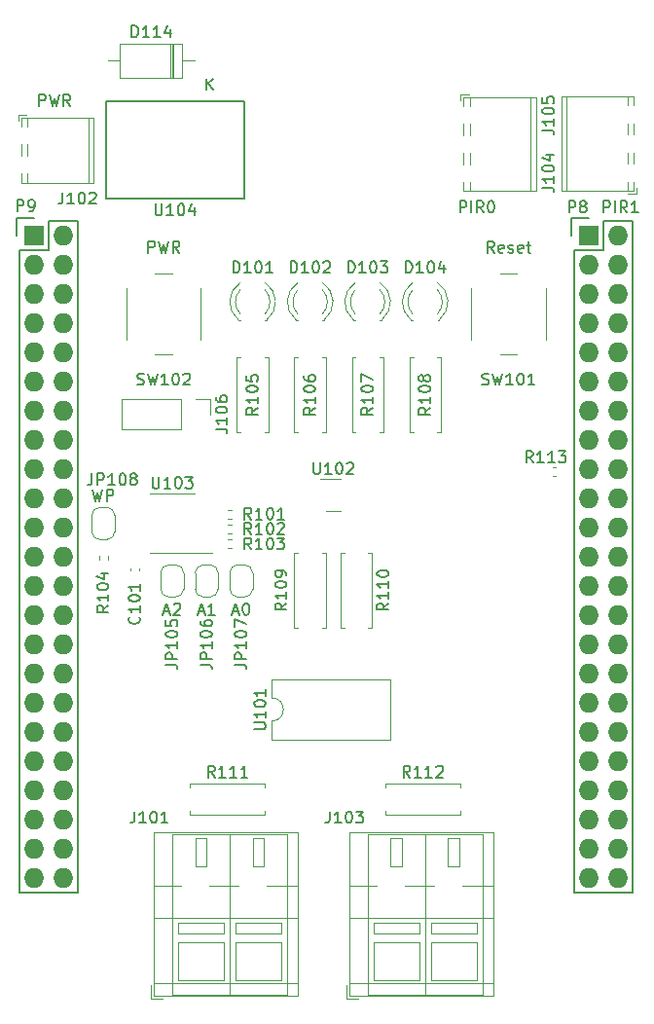
<source format=gto>
G04 #@! TF.GenerationSoftware,KiCad,Pcbnew,6.0.5+dfsg-1~bpo11+1*
G04 #@! TF.CreationDate,2022-07-02T02:00:19+00:00*
G04 #@! TF.ProjectId,bbbalarm,62626261-6c61-4726-9d2e-6b696361645f,rev?*
G04 #@! TF.SameCoordinates,Original*
G04 #@! TF.FileFunction,Legend,Top*
G04 #@! TF.FilePolarity,Positive*
%FSLAX46Y46*%
G04 Gerber Fmt 4.6, Leading zero omitted, Abs format (unit mm)*
G04 Created by KiCad (PCBNEW 6.0.5+dfsg-1~bpo11+1) date 2022-07-02 02:00:19*
%MOMM*%
%LPD*%
G01*
G04 APERTURE LIST*
%ADD10C,0.150000*%
%ADD11C,0.120000*%
%ADD12R,1.727200X1.727200*%
%ADD13O,1.727200X1.727200*%
G04 APERTURE END LIST*
D10*
X162882004Y-60334780D02*
X162882004Y-59334780D01*
X163262957Y-59334780D01*
X163358195Y-59382400D01*
X163405814Y-59430019D01*
X163453433Y-59525257D01*
X163453433Y-59668114D01*
X163405814Y-59763352D01*
X163358195Y-59810971D01*
X163262957Y-59858590D01*
X162882004Y-59858590D01*
X164024861Y-59763352D02*
X163929623Y-59715733D01*
X163882004Y-59668114D01*
X163834385Y-59572876D01*
X163834385Y-59525257D01*
X163882004Y-59430019D01*
X163929623Y-59382400D01*
X164024861Y-59334780D01*
X164215338Y-59334780D01*
X164310576Y-59382400D01*
X164358195Y-59430019D01*
X164405814Y-59525257D01*
X164405814Y-59572876D01*
X164358195Y-59668114D01*
X164310576Y-59715733D01*
X164215338Y-59763352D01*
X164024861Y-59763352D01*
X163929623Y-59810971D01*
X163882004Y-59858590D01*
X163834385Y-59953828D01*
X163834385Y-60144304D01*
X163882004Y-60239542D01*
X163929623Y-60287161D01*
X164024861Y-60334780D01*
X164215338Y-60334780D01*
X164310576Y-60287161D01*
X164358195Y-60239542D01*
X164405814Y-60144304D01*
X164405814Y-59953828D01*
X164358195Y-59858590D01*
X164310576Y-59810971D01*
X164215338Y-59763352D01*
X125477242Y-95501447D02*
X125524861Y-95549066D01*
X125572480Y-95691923D01*
X125572480Y-95787161D01*
X125524861Y-95930019D01*
X125429623Y-96025257D01*
X125334385Y-96072876D01*
X125143909Y-96120495D01*
X125001052Y-96120495D01*
X124810576Y-96072876D01*
X124715338Y-96025257D01*
X124620100Y-95930019D01*
X124572480Y-95787161D01*
X124572480Y-95691923D01*
X124620100Y-95549066D01*
X124667719Y-95501447D01*
X125572480Y-94549066D02*
X125572480Y-95120495D01*
X125572480Y-94834780D02*
X124572480Y-94834780D01*
X124715338Y-94930019D01*
X124810576Y-95025257D01*
X124858195Y-95120495D01*
X124572480Y-93930019D02*
X124572480Y-93834780D01*
X124620100Y-93739542D01*
X124667719Y-93691923D01*
X124762957Y-93644304D01*
X124953433Y-93596685D01*
X125191528Y-93596685D01*
X125382004Y-93644304D01*
X125477242Y-93691923D01*
X125524861Y-93739542D01*
X125572480Y-93834780D01*
X125572480Y-93930019D01*
X125524861Y-94025257D01*
X125477242Y-94072876D01*
X125382004Y-94120495D01*
X125191528Y-94168114D01*
X124953433Y-94168114D01*
X124762957Y-94120495D01*
X124667719Y-94072876D01*
X124620100Y-94025257D01*
X124572480Y-93930019D01*
X125572480Y-92644304D02*
X125572480Y-93215733D01*
X125572480Y-92930019D02*
X124572480Y-92930019D01*
X124715338Y-93025257D01*
X124810576Y-93120495D01*
X124858195Y-93215733D01*
X127822480Y-99668114D02*
X128536766Y-99668114D01*
X128679623Y-99715733D01*
X128774861Y-99810971D01*
X128822480Y-99953828D01*
X128822480Y-100049066D01*
X128822480Y-99191923D02*
X127822480Y-99191923D01*
X127822480Y-98810971D01*
X127870100Y-98715733D01*
X127917719Y-98668114D01*
X128012957Y-98620495D01*
X128155814Y-98620495D01*
X128251052Y-98668114D01*
X128298671Y-98715733D01*
X128346290Y-98810971D01*
X128346290Y-99191923D01*
X128822480Y-97668114D02*
X128822480Y-98239542D01*
X128822480Y-97953828D02*
X127822480Y-97953828D01*
X127965338Y-98049066D01*
X128060576Y-98144304D01*
X128108195Y-98239542D01*
X127822480Y-97049066D02*
X127822480Y-96953828D01*
X127870100Y-96858590D01*
X127917719Y-96810971D01*
X128012957Y-96763352D01*
X128203433Y-96715733D01*
X128441528Y-96715733D01*
X128632004Y-96763352D01*
X128727242Y-96810971D01*
X128774861Y-96858590D01*
X128822480Y-96953828D01*
X128822480Y-97049066D01*
X128774861Y-97144304D01*
X128727242Y-97191923D01*
X128632004Y-97239542D01*
X128441528Y-97287161D01*
X128203433Y-97287161D01*
X128012957Y-97239542D01*
X127917719Y-97191923D01*
X127870100Y-97144304D01*
X127822480Y-97049066D01*
X127822480Y-95810971D02*
X127822480Y-96287161D01*
X128298671Y-96334780D01*
X128251052Y-96287161D01*
X128203433Y-96191923D01*
X128203433Y-95953828D01*
X128251052Y-95858590D01*
X128298671Y-95810971D01*
X128393909Y-95763352D01*
X128632004Y-95763352D01*
X128727242Y-95810971D01*
X128774861Y-95858590D01*
X128822480Y-95953828D01*
X128822480Y-96191923D01*
X128774861Y-96287161D01*
X128727242Y-96334780D01*
X127655814Y-95049066D02*
X128132004Y-95049066D01*
X127560576Y-95334780D02*
X127893909Y-94334780D01*
X128227242Y-95334780D01*
X128512957Y-94430019D02*
X128560576Y-94382400D01*
X128655814Y-94334780D01*
X128893909Y-94334780D01*
X128989147Y-94382400D01*
X129036766Y-94430019D01*
X129084385Y-94525257D01*
X129084385Y-94620495D01*
X129036766Y-94763352D01*
X128465338Y-95334780D01*
X129084385Y-95334780D01*
X133822480Y-99668114D02*
X134536766Y-99668114D01*
X134679623Y-99715733D01*
X134774861Y-99810971D01*
X134822480Y-99953828D01*
X134822480Y-100049066D01*
X134822480Y-99191923D02*
X133822480Y-99191923D01*
X133822480Y-98810971D01*
X133870100Y-98715733D01*
X133917719Y-98668114D01*
X134012957Y-98620495D01*
X134155814Y-98620495D01*
X134251052Y-98668114D01*
X134298671Y-98715733D01*
X134346290Y-98810971D01*
X134346290Y-99191923D01*
X134822480Y-97668114D02*
X134822480Y-98239542D01*
X134822480Y-97953828D02*
X133822480Y-97953828D01*
X133965338Y-98049066D01*
X134060576Y-98144304D01*
X134108195Y-98239542D01*
X133822480Y-97049066D02*
X133822480Y-96953828D01*
X133870100Y-96858590D01*
X133917719Y-96810971D01*
X134012957Y-96763352D01*
X134203433Y-96715733D01*
X134441528Y-96715733D01*
X134632004Y-96763352D01*
X134727242Y-96810971D01*
X134774861Y-96858590D01*
X134822480Y-96953828D01*
X134822480Y-97049066D01*
X134774861Y-97144304D01*
X134727242Y-97191923D01*
X134632004Y-97239542D01*
X134441528Y-97287161D01*
X134203433Y-97287161D01*
X134012957Y-97239542D01*
X133917719Y-97191923D01*
X133870100Y-97144304D01*
X133822480Y-97049066D01*
X133822480Y-96382400D02*
X133822480Y-95715733D01*
X134822480Y-96144304D01*
X133655814Y-95049066D02*
X134132004Y-95049066D01*
X133560576Y-95334780D02*
X133893909Y-94334780D01*
X134227242Y-95334780D01*
X134751052Y-94334780D02*
X134846290Y-94334780D01*
X134941528Y-94382400D01*
X134989147Y-94430019D01*
X135036766Y-94525257D01*
X135084385Y-94715733D01*
X135084385Y-94953828D01*
X135036766Y-95144304D01*
X134989147Y-95239542D01*
X134941528Y-95287161D01*
X134846290Y-95334780D01*
X134751052Y-95334780D01*
X134655814Y-95287161D01*
X134608195Y-95239542D01*
X134560576Y-95144304D01*
X134512957Y-94953828D01*
X134512957Y-94715733D01*
X134560576Y-94525257D01*
X134608195Y-94430019D01*
X134655814Y-94382400D01*
X134751052Y-94334780D01*
X121384385Y-83034780D02*
X121384385Y-83749066D01*
X121336766Y-83891923D01*
X121241528Y-83987161D01*
X121098671Y-84034780D01*
X121003433Y-84034780D01*
X121860576Y-84034780D02*
X121860576Y-83034780D01*
X122241528Y-83034780D01*
X122336766Y-83082400D01*
X122384385Y-83130019D01*
X122432004Y-83225257D01*
X122432004Y-83368114D01*
X122384385Y-83463352D01*
X122336766Y-83510971D01*
X122241528Y-83558590D01*
X121860576Y-83558590D01*
X123384385Y-84034780D02*
X122812957Y-84034780D01*
X123098671Y-84034780D02*
X123098671Y-83034780D01*
X123003433Y-83177638D01*
X122908195Y-83272876D01*
X122812957Y-83320495D01*
X124003433Y-83034780D02*
X124098671Y-83034780D01*
X124193909Y-83082400D01*
X124241528Y-83130019D01*
X124289147Y-83225257D01*
X124336766Y-83415733D01*
X124336766Y-83653828D01*
X124289147Y-83844304D01*
X124241528Y-83939542D01*
X124193909Y-83987161D01*
X124098671Y-84034780D01*
X124003433Y-84034780D01*
X123908195Y-83987161D01*
X123860576Y-83939542D01*
X123812957Y-83844304D01*
X123765338Y-83653828D01*
X123765338Y-83415733D01*
X123812957Y-83225257D01*
X123860576Y-83130019D01*
X123908195Y-83082400D01*
X124003433Y-83034780D01*
X124908195Y-83463352D02*
X124812957Y-83415733D01*
X124765338Y-83368114D01*
X124717719Y-83272876D01*
X124717719Y-83225257D01*
X124765338Y-83130019D01*
X124812957Y-83082400D01*
X124908195Y-83034780D01*
X125098671Y-83034780D01*
X125193909Y-83082400D01*
X125241528Y-83130019D01*
X125289147Y-83225257D01*
X125289147Y-83272876D01*
X125241528Y-83368114D01*
X125193909Y-83415733D01*
X125098671Y-83463352D01*
X124908195Y-83463352D01*
X124812957Y-83510971D01*
X124765338Y-83558590D01*
X124717719Y-83653828D01*
X124717719Y-83844304D01*
X124765338Y-83939542D01*
X124812957Y-83987161D01*
X124908195Y-84034780D01*
X125098671Y-84034780D01*
X125193909Y-83987161D01*
X125241528Y-83939542D01*
X125289147Y-83844304D01*
X125289147Y-83653828D01*
X125241528Y-83558590D01*
X125193909Y-83510971D01*
X125098671Y-83463352D01*
X121441528Y-84434780D02*
X121679623Y-85434780D01*
X121870100Y-84720495D01*
X122060576Y-85434780D01*
X122298671Y-84434780D01*
X122679623Y-85434780D02*
X122679623Y-84434780D01*
X123060576Y-84434780D01*
X123155814Y-84482400D01*
X123203433Y-84530019D01*
X123251052Y-84625257D01*
X123251052Y-84768114D01*
X123203433Y-84863352D01*
X123155814Y-84910971D01*
X123060576Y-84958590D01*
X122679623Y-84958590D01*
X135251052Y-87034780D02*
X134917719Y-86558590D01*
X134679623Y-87034780D02*
X134679623Y-86034780D01*
X135060576Y-86034780D01*
X135155814Y-86082400D01*
X135203433Y-86130019D01*
X135251052Y-86225257D01*
X135251052Y-86368114D01*
X135203433Y-86463352D01*
X135155814Y-86510971D01*
X135060576Y-86558590D01*
X134679623Y-86558590D01*
X136203433Y-87034780D02*
X135632004Y-87034780D01*
X135917719Y-87034780D02*
X135917719Y-86034780D01*
X135822480Y-86177638D01*
X135727242Y-86272876D01*
X135632004Y-86320495D01*
X136822480Y-86034780D02*
X136917719Y-86034780D01*
X137012957Y-86082400D01*
X137060576Y-86130019D01*
X137108195Y-86225257D01*
X137155814Y-86415733D01*
X137155814Y-86653828D01*
X137108195Y-86844304D01*
X137060576Y-86939542D01*
X137012957Y-86987161D01*
X136917719Y-87034780D01*
X136822480Y-87034780D01*
X136727242Y-86987161D01*
X136679623Y-86939542D01*
X136632004Y-86844304D01*
X136584385Y-86653828D01*
X136584385Y-86415733D01*
X136632004Y-86225257D01*
X136679623Y-86130019D01*
X136727242Y-86082400D01*
X136822480Y-86034780D01*
X138108195Y-87034780D02*
X137536766Y-87034780D01*
X137822480Y-87034780D02*
X137822480Y-86034780D01*
X137727242Y-86177638D01*
X137632004Y-86272876D01*
X137536766Y-86320495D01*
X135251052Y-88334780D02*
X134917719Y-87858590D01*
X134679623Y-88334780D02*
X134679623Y-87334780D01*
X135060576Y-87334780D01*
X135155814Y-87382400D01*
X135203433Y-87430019D01*
X135251052Y-87525257D01*
X135251052Y-87668114D01*
X135203433Y-87763352D01*
X135155814Y-87810971D01*
X135060576Y-87858590D01*
X134679623Y-87858590D01*
X136203433Y-88334780D02*
X135632004Y-88334780D01*
X135917719Y-88334780D02*
X135917719Y-87334780D01*
X135822480Y-87477638D01*
X135727242Y-87572876D01*
X135632004Y-87620495D01*
X136822480Y-87334780D02*
X136917719Y-87334780D01*
X137012957Y-87382400D01*
X137060576Y-87430019D01*
X137108195Y-87525257D01*
X137155814Y-87715733D01*
X137155814Y-87953828D01*
X137108195Y-88144304D01*
X137060576Y-88239542D01*
X137012957Y-88287161D01*
X136917719Y-88334780D01*
X136822480Y-88334780D01*
X136727242Y-88287161D01*
X136679623Y-88239542D01*
X136632004Y-88144304D01*
X136584385Y-87953828D01*
X136584385Y-87715733D01*
X136632004Y-87525257D01*
X136679623Y-87430019D01*
X136727242Y-87382400D01*
X136822480Y-87334780D01*
X137536766Y-87430019D02*
X137584385Y-87382400D01*
X137679623Y-87334780D01*
X137917719Y-87334780D01*
X138012957Y-87382400D01*
X138060576Y-87430019D01*
X138108195Y-87525257D01*
X138108195Y-87620495D01*
X138060576Y-87763352D01*
X137489147Y-88334780D01*
X138108195Y-88334780D01*
X122822480Y-94501447D02*
X122346290Y-94834780D01*
X122822480Y-95072876D02*
X121822480Y-95072876D01*
X121822480Y-94691923D01*
X121870100Y-94596685D01*
X121917719Y-94549066D01*
X122012957Y-94501447D01*
X122155814Y-94501447D01*
X122251052Y-94549066D01*
X122298671Y-94596685D01*
X122346290Y-94691923D01*
X122346290Y-95072876D01*
X122822480Y-93549066D02*
X122822480Y-94120495D01*
X122822480Y-93834780D02*
X121822480Y-93834780D01*
X121965338Y-93930019D01*
X122060576Y-94025257D01*
X122108195Y-94120495D01*
X121822480Y-92930019D02*
X121822480Y-92834780D01*
X121870100Y-92739542D01*
X121917719Y-92691923D01*
X122012957Y-92644304D01*
X122203433Y-92596685D01*
X122441528Y-92596685D01*
X122632004Y-92644304D01*
X122727242Y-92691923D01*
X122774861Y-92739542D01*
X122822480Y-92834780D01*
X122822480Y-92930019D01*
X122774861Y-93025257D01*
X122727242Y-93072876D01*
X122632004Y-93120495D01*
X122441528Y-93168114D01*
X122203433Y-93168114D01*
X122012957Y-93120495D01*
X121917719Y-93072876D01*
X121870100Y-93025257D01*
X121822480Y-92930019D01*
X122155814Y-91739542D02*
X122822480Y-91739542D01*
X121774861Y-91977638D02*
X122489147Y-92215733D01*
X122489147Y-91596685D01*
X155334385Y-75287161D02*
X155477242Y-75334780D01*
X155715338Y-75334780D01*
X155810576Y-75287161D01*
X155858195Y-75239542D01*
X155905814Y-75144304D01*
X155905814Y-75049066D01*
X155858195Y-74953828D01*
X155810576Y-74906209D01*
X155715338Y-74858590D01*
X155524861Y-74810971D01*
X155429623Y-74763352D01*
X155382004Y-74715733D01*
X155334385Y-74620495D01*
X155334385Y-74525257D01*
X155382004Y-74430019D01*
X155429623Y-74382400D01*
X155524861Y-74334780D01*
X155762957Y-74334780D01*
X155905814Y-74382400D01*
X156239147Y-74334780D02*
X156477242Y-75334780D01*
X156667719Y-74620495D01*
X156858195Y-75334780D01*
X157096290Y-74334780D01*
X158001052Y-75334780D02*
X157429623Y-75334780D01*
X157715338Y-75334780D02*
X157715338Y-74334780D01*
X157620100Y-74477638D01*
X157524861Y-74572876D01*
X157429623Y-74620495D01*
X158620100Y-74334780D02*
X158715338Y-74334780D01*
X158810576Y-74382400D01*
X158858195Y-74430019D01*
X158905814Y-74525257D01*
X158953433Y-74715733D01*
X158953433Y-74953828D01*
X158905814Y-75144304D01*
X158858195Y-75239542D01*
X158810576Y-75287161D01*
X158715338Y-75334780D01*
X158620100Y-75334780D01*
X158524861Y-75287161D01*
X158477242Y-75239542D01*
X158429623Y-75144304D01*
X158382004Y-74953828D01*
X158382004Y-74715733D01*
X158429623Y-74525257D01*
X158477242Y-74430019D01*
X158524861Y-74382400D01*
X158620100Y-74334780D01*
X159905814Y-75334780D02*
X159334385Y-75334780D01*
X159620100Y-75334780D02*
X159620100Y-74334780D01*
X159524861Y-74477638D01*
X159429623Y-74572876D01*
X159334385Y-74620495D01*
X156382004Y-63834780D02*
X156048671Y-63358590D01*
X155810576Y-63834780D02*
X155810576Y-62834780D01*
X156191528Y-62834780D01*
X156286766Y-62882400D01*
X156334385Y-62930019D01*
X156382004Y-63025257D01*
X156382004Y-63168114D01*
X156334385Y-63263352D01*
X156286766Y-63310971D01*
X156191528Y-63358590D01*
X155810576Y-63358590D01*
X157191528Y-63787161D02*
X157096290Y-63834780D01*
X156905814Y-63834780D01*
X156810576Y-63787161D01*
X156762957Y-63691923D01*
X156762957Y-63310971D01*
X156810576Y-63215733D01*
X156905814Y-63168114D01*
X157096290Y-63168114D01*
X157191528Y-63215733D01*
X157239147Y-63310971D01*
X157239147Y-63406209D01*
X156762957Y-63501447D01*
X157620100Y-63787161D02*
X157715338Y-63834780D01*
X157905814Y-63834780D01*
X158001052Y-63787161D01*
X158048671Y-63691923D01*
X158048671Y-63644304D01*
X158001052Y-63549066D01*
X157905814Y-63501447D01*
X157762957Y-63501447D01*
X157667719Y-63453828D01*
X157620100Y-63358590D01*
X157620100Y-63310971D01*
X157667719Y-63215733D01*
X157762957Y-63168114D01*
X157905814Y-63168114D01*
X158001052Y-63215733D01*
X158858195Y-63787161D02*
X158762957Y-63834780D01*
X158572480Y-63834780D01*
X158477242Y-63787161D01*
X158429623Y-63691923D01*
X158429623Y-63310971D01*
X158477242Y-63215733D01*
X158572480Y-63168114D01*
X158762957Y-63168114D01*
X158858195Y-63215733D01*
X158905814Y-63310971D01*
X158905814Y-63406209D01*
X158429623Y-63501447D01*
X159191528Y-63168114D02*
X159572480Y-63168114D01*
X159334385Y-62834780D02*
X159334385Y-63691923D01*
X159382004Y-63787161D01*
X159477242Y-63834780D01*
X159572480Y-63834780D01*
X125334385Y-75287161D02*
X125477242Y-75334780D01*
X125715338Y-75334780D01*
X125810576Y-75287161D01*
X125858195Y-75239542D01*
X125905814Y-75144304D01*
X125905814Y-75049066D01*
X125858195Y-74953828D01*
X125810576Y-74906209D01*
X125715338Y-74858590D01*
X125524861Y-74810971D01*
X125429623Y-74763352D01*
X125382004Y-74715733D01*
X125334385Y-74620495D01*
X125334385Y-74525257D01*
X125382004Y-74430019D01*
X125429623Y-74382400D01*
X125524861Y-74334780D01*
X125762957Y-74334780D01*
X125905814Y-74382400D01*
X126239147Y-74334780D02*
X126477242Y-75334780D01*
X126667719Y-74620495D01*
X126858195Y-75334780D01*
X127096290Y-74334780D01*
X128001052Y-75334780D02*
X127429623Y-75334780D01*
X127715338Y-75334780D02*
X127715338Y-74334780D01*
X127620100Y-74477638D01*
X127524861Y-74572876D01*
X127429623Y-74620495D01*
X128620100Y-74334780D02*
X128715338Y-74334780D01*
X128810576Y-74382400D01*
X128858195Y-74430019D01*
X128905814Y-74525257D01*
X128953433Y-74715733D01*
X128953433Y-74953828D01*
X128905814Y-75144304D01*
X128858195Y-75239542D01*
X128810576Y-75287161D01*
X128715338Y-75334780D01*
X128620100Y-75334780D01*
X128524861Y-75287161D01*
X128477242Y-75239542D01*
X128429623Y-75144304D01*
X128382004Y-74953828D01*
X128382004Y-74715733D01*
X128429623Y-74525257D01*
X128477242Y-74430019D01*
X128524861Y-74382400D01*
X128620100Y-74334780D01*
X129334385Y-74430019D02*
X129382004Y-74382400D01*
X129477242Y-74334780D01*
X129715338Y-74334780D01*
X129810576Y-74382400D01*
X129858195Y-74430019D01*
X129905814Y-74525257D01*
X129905814Y-74620495D01*
X129858195Y-74763352D01*
X129286766Y-75334780D01*
X129905814Y-75334780D01*
X126286766Y-63834780D02*
X126286766Y-62834780D01*
X126667719Y-62834780D01*
X126762957Y-62882400D01*
X126810576Y-62930019D01*
X126858195Y-63025257D01*
X126858195Y-63168114D01*
X126810576Y-63263352D01*
X126762957Y-63310971D01*
X126667719Y-63358590D01*
X126286766Y-63358590D01*
X127191528Y-62834780D02*
X127429623Y-63834780D01*
X127620100Y-63120495D01*
X127810576Y-63834780D01*
X128048671Y-62834780D01*
X129001052Y-63834780D02*
X128667719Y-63358590D01*
X128429623Y-63834780D02*
X128429623Y-62834780D01*
X128810576Y-62834780D01*
X128905814Y-62882400D01*
X128953433Y-62930019D01*
X129001052Y-63025257D01*
X129001052Y-63168114D01*
X128953433Y-63263352D01*
X128905814Y-63310971D01*
X128810576Y-63358590D01*
X128429623Y-63358590D01*
X126655814Y-83334780D02*
X126655814Y-84144304D01*
X126703433Y-84239542D01*
X126751052Y-84287161D01*
X126846290Y-84334780D01*
X127036766Y-84334780D01*
X127132004Y-84287161D01*
X127179623Y-84239542D01*
X127227242Y-84144304D01*
X127227242Y-83334780D01*
X128227242Y-84334780D02*
X127655814Y-84334780D01*
X127941528Y-84334780D02*
X127941528Y-83334780D01*
X127846290Y-83477638D01*
X127751052Y-83572876D01*
X127655814Y-83620495D01*
X128846290Y-83334780D02*
X128941528Y-83334780D01*
X129036766Y-83382400D01*
X129084385Y-83430019D01*
X129132004Y-83525257D01*
X129179623Y-83715733D01*
X129179623Y-83953828D01*
X129132004Y-84144304D01*
X129084385Y-84239542D01*
X129036766Y-84287161D01*
X128941528Y-84334780D01*
X128846290Y-84334780D01*
X128751052Y-84287161D01*
X128703433Y-84239542D01*
X128655814Y-84144304D01*
X128608195Y-83953828D01*
X128608195Y-83715733D01*
X128655814Y-83525257D01*
X128703433Y-83430019D01*
X128751052Y-83382400D01*
X128846290Y-83334780D01*
X129512957Y-83334780D02*
X130132004Y-83334780D01*
X129798671Y-83715733D01*
X129941528Y-83715733D01*
X130036766Y-83763352D01*
X130084385Y-83810971D01*
X130132004Y-83906209D01*
X130132004Y-84144304D01*
X130084385Y-84239542D01*
X130036766Y-84287161D01*
X129941528Y-84334780D01*
X129655814Y-84334780D01*
X129560576Y-84287161D01*
X129512957Y-84239542D01*
X135251052Y-89634780D02*
X134917719Y-89158590D01*
X134679623Y-89634780D02*
X134679623Y-88634780D01*
X135060576Y-88634780D01*
X135155814Y-88682400D01*
X135203433Y-88730019D01*
X135251052Y-88825257D01*
X135251052Y-88968114D01*
X135203433Y-89063352D01*
X135155814Y-89110971D01*
X135060576Y-89158590D01*
X134679623Y-89158590D01*
X136203433Y-89634780D02*
X135632004Y-89634780D01*
X135917719Y-89634780D02*
X135917719Y-88634780D01*
X135822480Y-88777638D01*
X135727242Y-88872876D01*
X135632004Y-88920495D01*
X136822480Y-88634780D02*
X136917719Y-88634780D01*
X137012957Y-88682400D01*
X137060576Y-88730019D01*
X137108195Y-88825257D01*
X137155814Y-89015733D01*
X137155814Y-89253828D01*
X137108195Y-89444304D01*
X137060576Y-89539542D01*
X137012957Y-89587161D01*
X136917719Y-89634780D01*
X136822480Y-89634780D01*
X136727242Y-89587161D01*
X136679623Y-89539542D01*
X136632004Y-89444304D01*
X136584385Y-89253828D01*
X136584385Y-89015733D01*
X136632004Y-88825257D01*
X136679623Y-88730019D01*
X136727242Y-88682400D01*
X136822480Y-88634780D01*
X137489147Y-88634780D02*
X138108195Y-88634780D01*
X137774861Y-89015733D01*
X137917719Y-89015733D01*
X138012957Y-89063352D01*
X138060576Y-89110971D01*
X138108195Y-89206209D01*
X138108195Y-89444304D01*
X138060576Y-89539542D01*
X138012957Y-89587161D01*
X137917719Y-89634780D01*
X137632004Y-89634780D01*
X137536766Y-89587161D01*
X137489147Y-89539542D01*
X130822480Y-99668114D02*
X131536766Y-99668114D01*
X131679623Y-99715733D01*
X131774861Y-99810971D01*
X131822480Y-99953828D01*
X131822480Y-100049066D01*
X131822480Y-99191923D02*
X130822480Y-99191923D01*
X130822480Y-98810971D01*
X130870100Y-98715733D01*
X130917719Y-98668114D01*
X131012957Y-98620495D01*
X131155814Y-98620495D01*
X131251052Y-98668114D01*
X131298671Y-98715733D01*
X131346290Y-98810971D01*
X131346290Y-99191923D01*
X131822480Y-97668114D02*
X131822480Y-98239542D01*
X131822480Y-97953828D02*
X130822480Y-97953828D01*
X130965338Y-98049066D01*
X131060576Y-98144304D01*
X131108195Y-98239542D01*
X130822480Y-97049066D02*
X130822480Y-96953828D01*
X130870100Y-96858590D01*
X130917719Y-96810971D01*
X131012957Y-96763352D01*
X131203433Y-96715733D01*
X131441528Y-96715733D01*
X131632004Y-96763352D01*
X131727242Y-96810971D01*
X131774861Y-96858590D01*
X131822480Y-96953828D01*
X131822480Y-97049066D01*
X131774861Y-97144304D01*
X131727242Y-97191923D01*
X131632004Y-97239542D01*
X131441528Y-97287161D01*
X131203433Y-97287161D01*
X131012957Y-97239542D01*
X130917719Y-97191923D01*
X130870100Y-97144304D01*
X130822480Y-97049066D01*
X130822480Y-95858590D02*
X130822480Y-96049066D01*
X130870100Y-96144304D01*
X130917719Y-96191923D01*
X131060576Y-96287161D01*
X131251052Y-96334780D01*
X131632004Y-96334780D01*
X131727242Y-96287161D01*
X131774861Y-96239542D01*
X131822480Y-96144304D01*
X131822480Y-95953828D01*
X131774861Y-95858590D01*
X131727242Y-95810971D01*
X131632004Y-95763352D01*
X131393909Y-95763352D01*
X131298671Y-95810971D01*
X131251052Y-95858590D01*
X131203433Y-95953828D01*
X131203433Y-96144304D01*
X131251052Y-96239542D01*
X131298671Y-96287161D01*
X131393909Y-96334780D01*
X130655814Y-95049066D02*
X131132004Y-95049066D01*
X130560576Y-95334780D02*
X130893909Y-94334780D01*
X131227242Y-95334780D01*
X132084385Y-95334780D02*
X131512957Y-95334780D01*
X131798671Y-95334780D02*
X131798671Y-94334780D01*
X131703433Y-94477638D01*
X131608195Y-94572876D01*
X131512957Y-94620495D01*
X118834385Y-58584780D02*
X118834385Y-59299066D01*
X118786766Y-59441923D01*
X118691528Y-59537161D01*
X118548671Y-59584780D01*
X118453433Y-59584780D01*
X119834385Y-59584780D02*
X119262957Y-59584780D01*
X119548671Y-59584780D02*
X119548671Y-58584780D01*
X119453433Y-58727638D01*
X119358195Y-58822876D01*
X119262957Y-58870495D01*
X120453433Y-58584780D02*
X120548671Y-58584780D01*
X120643909Y-58632400D01*
X120691528Y-58680019D01*
X120739147Y-58775257D01*
X120786766Y-58965733D01*
X120786766Y-59203828D01*
X120739147Y-59394304D01*
X120691528Y-59489542D01*
X120643909Y-59537161D01*
X120548671Y-59584780D01*
X120453433Y-59584780D01*
X120358195Y-59537161D01*
X120310576Y-59489542D01*
X120262957Y-59394304D01*
X120215338Y-59203828D01*
X120215338Y-58965733D01*
X120262957Y-58775257D01*
X120310576Y-58680019D01*
X120358195Y-58632400D01*
X120453433Y-58584780D01*
X121167719Y-58680019D02*
X121215338Y-58632400D01*
X121310576Y-58584780D01*
X121548671Y-58584780D01*
X121643909Y-58632400D01*
X121691528Y-58680019D01*
X121739147Y-58775257D01*
X121739147Y-58870495D01*
X121691528Y-59013352D01*
X121120100Y-59584780D01*
X121739147Y-59584780D01*
X116786766Y-51084780D02*
X116786766Y-50084780D01*
X117167719Y-50084780D01*
X117262957Y-50132400D01*
X117310576Y-50180019D01*
X117358195Y-50275257D01*
X117358195Y-50418114D01*
X117310576Y-50513352D01*
X117262957Y-50560971D01*
X117167719Y-50608590D01*
X116786766Y-50608590D01*
X117691528Y-50084780D02*
X117929623Y-51084780D01*
X118120100Y-50370495D01*
X118310576Y-51084780D01*
X118548671Y-50084780D01*
X119501052Y-51084780D02*
X119167719Y-50608590D01*
X118929623Y-51084780D02*
X118929623Y-50084780D01*
X119310576Y-50084780D01*
X119405814Y-50132400D01*
X119453433Y-50180019D01*
X119501052Y-50275257D01*
X119501052Y-50418114D01*
X119453433Y-50513352D01*
X119405814Y-50560971D01*
X119310576Y-50608590D01*
X118929623Y-50608590D01*
X126905814Y-59584780D02*
X126905814Y-60394304D01*
X126953433Y-60489542D01*
X127001052Y-60537161D01*
X127096290Y-60584780D01*
X127286766Y-60584780D01*
X127382004Y-60537161D01*
X127429623Y-60489542D01*
X127477242Y-60394304D01*
X127477242Y-59584780D01*
X128477242Y-60584780D02*
X127905814Y-60584780D01*
X128191528Y-60584780D02*
X128191528Y-59584780D01*
X128096290Y-59727638D01*
X128001052Y-59822876D01*
X127905814Y-59870495D01*
X129096290Y-59584780D02*
X129191528Y-59584780D01*
X129286766Y-59632400D01*
X129334385Y-59680019D01*
X129382004Y-59775257D01*
X129429623Y-59965733D01*
X129429623Y-60203828D01*
X129382004Y-60394304D01*
X129334385Y-60489542D01*
X129286766Y-60537161D01*
X129191528Y-60584780D01*
X129096290Y-60584780D01*
X129001052Y-60537161D01*
X128953433Y-60489542D01*
X128905814Y-60394304D01*
X128858195Y-60203828D01*
X128858195Y-59965733D01*
X128905814Y-59775257D01*
X128953433Y-59680019D01*
X129001052Y-59632400D01*
X129096290Y-59584780D01*
X130286766Y-59918114D02*
X130286766Y-60584780D01*
X130048671Y-59537161D02*
X129810576Y-60251447D01*
X130429623Y-60251447D01*
X124849623Y-45084780D02*
X124849623Y-44084780D01*
X125087719Y-44084780D01*
X125230576Y-44132400D01*
X125325814Y-44227638D01*
X125373433Y-44322876D01*
X125421052Y-44513352D01*
X125421052Y-44656209D01*
X125373433Y-44846685D01*
X125325814Y-44941923D01*
X125230576Y-45037161D01*
X125087719Y-45084780D01*
X124849623Y-45084780D01*
X126373433Y-45084780D02*
X125802004Y-45084780D01*
X126087719Y-45084780D02*
X126087719Y-44084780D01*
X125992480Y-44227638D01*
X125897242Y-44322876D01*
X125802004Y-44370495D01*
X127325814Y-45084780D02*
X126754385Y-45084780D01*
X127040100Y-45084780D02*
X127040100Y-44084780D01*
X126944861Y-44227638D01*
X126849623Y-44322876D01*
X126754385Y-44370495D01*
X128182957Y-44418114D02*
X128182957Y-45084780D01*
X127944861Y-44037161D02*
X127706766Y-44751447D01*
X128325814Y-44751447D01*
X131358195Y-49684780D02*
X131358195Y-48684780D01*
X131929623Y-49684780D02*
X131501052Y-49113352D01*
X131929623Y-48684780D02*
X131358195Y-49256209D01*
X133679623Y-65584780D02*
X133679623Y-64584780D01*
X133917719Y-64584780D01*
X134060576Y-64632400D01*
X134155814Y-64727638D01*
X134203433Y-64822876D01*
X134251052Y-65013352D01*
X134251052Y-65156209D01*
X134203433Y-65346685D01*
X134155814Y-65441923D01*
X134060576Y-65537161D01*
X133917719Y-65584780D01*
X133679623Y-65584780D01*
X135203433Y-65584780D02*
X134632004Y-65584780D01*
X134917719Y-65584780D02*
X134917719Y-64584780D01*
X134822480Y-64727638D01*
X134727242Y-64822876D01*
X134632004Y-64870495D01*
X135822480Y-64584780D02*
X135917719Y-64584780D01*
X136012957Y-64632400D01*
X136060576Y-64680019D01*
X136108195Y-64775257D01*
X136155814Y-64965733D01*
X136155814Y-65203828D01*
X136108195Y-65394304D01*
X136060576Y-65489542D01*
X136012957Y-65537161D01*
X135917719Y-65584780D01*
X135822480Y-65584780D01*
X135727242Y-65537161D01*
X135679623Y-65489542D01*
X135632004Y-65394304D01*
X135584385Y-65203828D01*
X135584385Y-64965733D01*
X135632004Y-64775257D01*
X135679623Y-64680019D01*
X135727242Y-64632400D01*
X135822480Y-64584780D01*
X137108195Y-65584780D02*
X136536766Y-65584780D01*
X136822480Y-65584780D02*
X136822480Y-64584780D01*
X136727242Y-64727638D01*
X136632004Y-64822876D01*
X136536766Y-64870495D01*
X138679623Y-65584780D02*
X138679623Y-64584780D01*
X138917719Y-64584780D01*
X139060576Y-64632400D01*
X139155814Y-64727638D01*
X139203433Y-64822876D01*
X139251052Y-65013352D01*
X139251052Y-65156209D01*
X139203433Y-65346685D01*
X139155814Y-65441923D01*
X139060576Y-65537161D01*
X138917719Y-65584780D01*
X138679623Y-65584780D01*
X140203433Y-65584780D02*
X139632004Y-65584780D01*
X139917719Y-65584780D02*
X139917719Y-64584780D01*
X139822480Y-64727638D01*
X139727242Y-64822876D01*
X139632004Y-64870495D01*
X140822480Y-64584780D02*
X140917719Y-64584780D01*
X141012957Y-64632400D01*
X141060576Y-64680019D01*
X141108195Y-64775257D01*
X141155814Y-64965733D01*
X141155814Y-65203828D01*
X141108195Y-65394304D01*
X141060576Y-65489542D01*
X141012957Y-65537161D01*
X140917719Y-65584780D01*
X140822480Y-65584780D01*
X140727242Y-65537161D01*
X140679623Y-65489542D01*
X140632004Y-65394304D01*
X140584385Y-65203828D01*
X140584385Y-64965733D01*
X140632004Y-64775257D01*
X140679623Y-64680019D01*
X140727242Y-64632400D01*
X140822480Y-64584780D01*
X141536766Y-64680019D02*
X141584385Y-64632400D01*
X141679623Y-64584780D01*
X141917719Y-64584780D01*
X142012957Y-64632400D01*
X142060576Y-64680019D01*
X142108195Y-64775257D01*
X142108195Y-64870495D01*
X142060576Y-65013352D01*
X141489147Y-65584780D01*
X142108195Y-65584780D01*
X143679623Y-65584780D02*
X143679623Y-64584780D01*
X143917719Y-64584780D01*
X144060576Y-64632400D01*
X144155814Y-64727638D01*
X144203433Y-64822876D01*
X144251052Y-65013352D01*
X144251052Y-65156209D01*
X144203433Y-65346685D01*
X144155814Y-65441923D01*
X144060576Y-65537161D01*
X143917719Y-65584780D01*
X143679623Y-65584780D01*
X145203433Y-65584780D02*
X144632004Y-65584780D01*
X144917719Y-65584780D02*
X144917719Y-64584780D01*
X144822480Y-64727638D01*
X144727242Y-64822876D01*
X144632004Y-64870495D01*
X145822480Y-64584780D02*
X145917719Y-64584780D01*
X146012957Y-64632400D01*
X146060576Y-64680019D01*
X146108195Y-64775257D01*
X146155814Y-64965733D01*
X146155814Y-65203828D01*
X146108195Y-65394304D01*
X146060576Y-65489542D01*
X146012957Y-65537161D01*
X145917719Y-65584780D01*
X145822480Y-65584780D01*
X145727242Y-65537161D01*
X145679623Y-65489542D01*
X145632004Y-65394304D01*
X145584385Y-65203828D01*
X145584385Y-64965733D01*
X145632004Y-64775257D01*
X145679623Y-64680019D01*
X145727242Y-64632400D01*
X145822480Y-64584780D01*
X146489147Y-64584780D02*
X147108195Y-64584780D01*
X146774861Y-64965733D01*
X146917719Y-64965733D01*
X147012957Y-65013352D01*
X147060576Y-65060971D01*
X147108195Y-65156209D01*
X147108195Y-65394304D01*
X147060576Y-65489542D01*
X147012957Y-65537161D01*
X146917719Y-65584780D01*
X146632004Y-65584780D01*
X146536766Y-65537161D01*
X146489147Y-65489542D01*
X148679623Y-65584780D02*
X148679623Y-64584780D01*
X148917719Y-64584780D01*
X149060576Y-64632400D01*
X149155814Y-64727638D01*
X149203433Y-64822876D01*
X149251052Y-65013352D01*
X149251052Y-65156209D01*
X149203433Y-65346685D01*
X149155814Y-65441923D01*
X149060576Y-65537161D01*
X148917719Y-65584780D01*
X148679623Y-65584780D01*
X150203433Y-65584780D02*
X149632004Y-65584780D01*
X149917719Y-65584780D02*
X149917719Y-64584780D01*
X149822480Y-64727638D01*
X149727242Y-64822876D01*
X149632004Y-64870495D01*
X150822480Y-64584780D02*
X150917719Y-64584780D01*
X151012957Y-64632400D01*
X151060576Y-64680019D01*
X151108195Y-64775257D01*
X151155814Y-64965733D01*
X151155814Y-65203828D01*
X151108195Y-65394304D01*
X151060576Y-65489542D01*
X151012957Y-65537161D01*
X150917719Y-65584780D01*
X150822480Y-65584780D01*
X150727242Y-65537161D01*
X150679623Y-65489542D01*
X150632004Y-65394304D01*
X150584385Y-65203828D01*
X150584385Y-64965733D01*
X150632004Y-64775257D01*
X150679623Y-64680019D01*
X150727242Y-64632400D01*
X150822480Y-64584780D01*
X152012957Y-64918114D02*
X152012957Y-65584780D01*
X151774861Y-64537161D02*
X151536766Y-65251447D01*
X152155814Y-65251447D01*
X125084385Y-112434780D02*
X125084385Y-113149066D01*
X125036766Y-113291923D01*
X124941528Y-113387161D01*
X124798671Y-113434780D01*
X124703433Y-113434780D01*
X126084385Y-113434780D02*
X125512957Y-113434780D01*
X125798671Y-113434780D02*
X125798671Y-112434780D01*
X125703433Y-112577638D01*
X125608195Y-112672876D01*
X125512957Y-112720495D01*
X126703433Y-112434780D02*
X126798671Y-112434780D01*
X126893909Y-112482400D01*
X126941528Y-112530019D01*
X126989147Y-112625257D01*
X127036766Y-112815733D01*
X127036766Y-113053828D01*
X126989147Y-113244304D01*
X126941528Y-113339542D01*
X126893909Y-113387161D01*
X126798671Y-113434780D01*
X126703433Y-113434780D01*
X126608195Y-113387161D01*
X126560576Y-113339542D01*
X126512957Y-113244304D01*
X126465338Y-113053828D01*
X126465338Y-112815733D01*
X126512957Y-112625257D01*
X126560576Y-112530019D01*
X126608195Y-112482400D01*
X126703433Y-112434780D01*
X127989147Y-113434780D02*
X127417719Y-113434780D01*
X127703433Y-113434780D02*
X127703433Y-112434780D01*
X127608195Y-112577638D01*
X127512957Y-112672876D01*
X127417719Y-112720495D01*
X142084385Y-112434780D02*
X142084385Y-113149066D01*
X142036766Y-113291923D01*
X141941528Y-113387161D01*
X141798671Y-113434780D01*
X141703433Y-113434780D01*
X143084385Y-113434780D02*
X142512957Y-113434780D01*
X142798671Y-113434780D02*
X142798671Y-112434780D01*
X142703433Y-112577638D01*
X142608195Y-112672876D01*
X142512957Y-112720495D01*
X143703433Y-112434780D02*
X143798671Y-112434780D01*
X143893909Y-112482400D01*
X143941528Y-112530019D01*
X143989147Y-112625257D01*
X144036766Y-112815733D01*
X144036766Y-113053828D01*
X143989147Y-113244304D01*
X143941528Y-113339542D01*
X143893909Y-113387161D01*
X143798671Y-113434780D01*
X143703433Y-113434780D01*
X143608195Y-113387161D01*
X143560576Y-113339542D01*
X143512957Y-113244304D01*
X143465338Y-113053828D01*
X143465338Y-112815733D01*
X143512957Y-112625257D01*
X143560576Y-112530019D01*
X143608195Y-112482400D01*
X143703433Y-112434780D01*
X144370100Y-112434780D02*
X144989147Y-112434780D01*
X144655814Y-112815733D01*
X144798671Y-112815733D01*
X144893909Y-112863352D01*
X144941528Y-112910971D01*
X144989147Y-113006209D01*
X144989147Y-113244304D01*
X144941528Y-113339542D01*
X144893909Y-113387161D01*
X144798671Y-113434780D01*
X144512957Y-113434780D01*
X144417719Y-113387161D01*
X144370100Y-113339542D01*
X135822480Y-77311447D02*
X135346290Y-77644780D01*
X135822480Y-77882876D02*
X134822480Y-77882876D01*
X134822480Y-77501923D01*
X134870100Y-77406685D01*
X134917719Y-77359066D01*
X135012957Y-77311447D01*
X135155814Y-77311447D01*
X135251052Y-77359066D01*
X135298671Y-77406685D01*
X135346290Y-77501923D01*
X135346290Y-77882876D01*
X135822480Y-76359066D02*
X135822480Y-76930495D01*
X135822480Y-76644780D02*
X134822480Y-76644780D01*
X134965338Y-76740019D01*
X135060576Y-76835257D01*
X135108195Y-76930495D01*
X134822480Y-75740019D02*
X134822480Y-75644780D01*
X134870100Y-75549542D01*
X134917719Y-75501923D01*
X135012957Y-75454304D01*
X135203433Y-75406685D01*
X135441528Y-75406685D01*
X135632004Y-75454304D01*
X135727242Y-75501923D01*
X135774861Y-75549542D01*
X135822480Y-75644780D01*
X135822480Y-75740019D01*
X135774861Y-75835257D01*
X135727242Y-75882876D01*
X135632004Y-75930495D01*
X135441528Y-75978114D01*
X135203433Y-75978114D01*
X135012957Y-75930495D01*
X134917719Y-75882876D01*
X134870100Y-75835257D01*
X134822480Y-75740019D01*
X134822480Y-74501923D02*
X134822480Y-74978114D01*
X135298671Y-75025733D01*
X135251052Y-74978114D01*
X135203433Y-74882876D01*
X135203433Y-74644780D01*
X135251052Y-74549542D01*
X135298671Y-74501923D01*
X135393909Y-74454304D01*
X135632004Y-74454304D01*
X135727242Y-74501923D01*
X135774861Y-74549542D01*
X135822480Y-74644780D01*
X135822480Y-74882876D01*
X135774861Y-74978114D01*
X135727242Y-75025733D01*
X140822480Y-77311447D02*
X140346290Y-77644780D01*
X140822480Y-77882876D02*
X139822480Y-77882876D01*
X139822480Y-77501923D01*
X139870100Y-77406685D01*
X139917719Y-77359066D01*
X140012957Y-77311447D01*
X140155814Y-77311447D01*
X140251052Y-77359066D01*
X140298671Y-77406685D01*
X140346290Y-77501923D01*
X140346290Y-77882876D01*
X140822480Y-76359066D02*
X140822480Y-76930495D01*
X140822480Y-76644780D02*
X139822480Y-76644780D01*
X139965338Y-76740019D01*
X140060576Y-76835257D01*
X140108195Y-76930495D01*
X139822480Y-75740019D02*
X139822480Y-75644780D01*
X139870100Y-75549542D01*
X139917719Y-75501923D01*
X140012957Y-75454304D01*
X140203433Y-75406685D01*
X140441528Y-75406685D01*
X140632004Y-75454304D01*
X140727242Y-75501923D01*
X140774861Y-75549542D01*
X140822480Y-75644780D01*
X140822480Y-75740019D01*
X140774861Y-75835257D01*
X140727242Y-75882876D01*
X140632004Y-75930495D01*
X140441528Y-75978114D01*
X140203433Y-75978114D01*
X140012957Y-75930495D01*
X139917719Y-75882876D01*
X139870100Y-75835257D01*
X139822480Y-75740019D01*
X139822480Y-74549542D02*
X139822480Y-74740019D01*
X139870100Y-74835257D01*
X139917719Y-74882876D01*
X140060576Y-74978114D01*
X140251052Y-75025733D01*
X140632004Y-75025733D01*
X140727242Y-74978114D01*
X140774861Y-74930495D01*
X140822480Y-74835257D01*
X140822480Y-74644780D01*
X140774861Y-74549542D01*
X140727242Y-74501923D01*
X140632004Y-74454304D01*
X140393909Y-74454304D01*
X140298671Y-74501923D01*
X140251052Y-74549542D01*
X140203433Y-74644780D01*
X140203433Y-74835257D01*
X140251052Y-74930495D01*
X140298671Y-74978114D01*
X140393909Y-75025733D01*
X145822480Y-77311447D02*
X145346290Y-77644780D01*
X145822480Y-77882876D02*
X144822480Y-77882876D01*
X144822480Y-77501923D01*
X144870100Y-77406685D01*
X144917719Y-77359066D01*
X145012957Y-77311447D01*
X145155814Y-77311447D01*
X145251052Y-77359066D01*
X145298671Y-77406685D01*
X145346290Y-77501923D01*
X145346290Y-77882876D01*
X145822480Y-76359066D02*
X145822480Y-76930495D01*
X145822480Y-76644780D02*
X144822480Y-76644780D01*
X144965338Y-76740019D01*
X145060576Y-76835257D01*
X145108195Y-76930495D01*
X144822480Y-75740019D02*
X144822480Y-75644780D01*
X144870100Y-75549542D01*
X144917719Y-75501923D01*
X145012957Y-75454304D01*
X145203433Y-75406685D01*
X145441528Y-75406685D01*
X145632004Y-75454304D01*
X145727242Y-75501923D01*
X145774861Y-75549542D01*
X145822480Y-75644780D01*
X145822480Y-75740019D01*
X145774861Y-75835257D01*
X145727242Y-75882876D01*
X145632004Y-75930495D01*
X145441528Y-75978114D01*
X145203433Y-75978114D01*
X145012957Y-75930495D01*
X144917719Y-75882876D01*
X144870100Y-75835257D01*
X144822480Y-75740019D01*
X144822480Y-75073352D02*
X144822480Y-74406685D01*
X145822480Y-74835257D01*
X150822480Y-77311447D02*
X150346290Y-77644780D01*
X150822480Y-77882876D02*
X149822480Y-77882876D01*
X149822480Y-77501923D01*
X149870100Y-77406685D01*
X149917719Y-77359066D01*
X150012957Y-77311447D01*
X150155814Y-77311447D01*
X150251052Y-77359066D01*
X150298671Y-77406685D01*
X150346290Y-77501923D01*
X150346290Y-77882876D01*
X150822480Y-76359066D02*
X150822480Y-76930495D01*
X150822480Y-76644780D02*
X149822480Y-76644780D01*
X149965338Y-76740019D01*
X150060576Y-76835257D01*
X150108195Y-76930495D01*
X149822480Y-75740019D02*
X149822480Y-75644780D01*
X149870100Y-75549542D01*
X149917719Y-75501923D01*
X150012957Y-75454304D01*
X150203433Y-75406685D01*
X150441528Y-75406685D01*
X150632004Y-75454304D01*
X150727242Y-75501923D01*
X150774861Y-75549542D01*
X150822480Y-75644780D01*
X150822480Y-75740019D01*
X150774861Y-75835257D01*
X150727242Y-75882876D01*
X150632004Y-75930495D01*
X150441528Y-75978114D01*
X150203433Y-75978114D01*
X150012957Y-75930495D01*
X149917719Y-75882876D01*
X149870100Y-75835257D01*
X149822480Y-75740019D01*
X150251052Y-74835257D02*
X150203433Y-74930495D01*
X150155814Y-74978114D01*
X150060576Y-75025733D01*
X150012957Y-75025733D01*
X149917719Y-74978114D01*
X149870100Y-74930495D01*
X149822480Y-74835257D01*
X149822480Y-74644780D01*
X149870100Y-74549542D01*
X149917719Y-74501923D01*
X150012957Y-74454304D01*
X150060576Y-74454304D01*
X150155814Y-74501923D01*
X150203433Y-74549542D01*
X150251052Y-74644780D01*
X150251052Y-74835257D01*
X150298671Y-74930495D01*
X150346290Y-74978114D01*
X150441528Y-75025733D01*
X150632004Y-75025733D01*
X150727242Y-74978114D01*
X150774861Y-74930495D01*
X150822480Y-74835257D01*
X150822480Y-74644780D01*
X150774861Y-74549542D01*
X150727242Y-74501923D01*
X150632004Y-74454304D01*
X150441528Y-74454304D01*
X150346290Y-74501923D01*
X150298671Y-74549542D01*
X150251052Y-74644780D01*
X138322480Y-94311447D02*
X137846290Y-94644780D01*
X138322480Y-94882876D02*
X137322480Y-94882876D01*
X137322480Y-94501923D01*
X137370100Y-94406685D01*
X137417719Y-94359066D01*
X137512957Y-94311447D01*
X137655814Y-94311447D01*
X137751052Y-94359066D01*
X137798671Y-94406685D01*
X137846290Y-94501923D01*
X137846290Y-94882876D01*
X138322480Y-93359066D02*
X138322480Y-93930495D01*
X138322480Y-93644780D02*
X137322480Y-93644780D01*
X137465338Y-93740019D01*
X137560576Y-93835257D01*
X137608195Y-93930495D01*
X137322480Y-92740019D02*
X137322480Y-92644780D01*
X137370100Y-92549542D01*
X137417719Y-92501923D01*
X137512957Y-92454304D01*
X137703433Y-92406685D01*
X137941528Y-92406685D01*
X138132004Y-92454304D01*
X138227242Y-92501923D01*
X138274861Y-92549542D01*
X138322480Y-92644780D01*
X138322480Y-92740019D01*
X138274861Y-92835257D01*
X138227242Y-92882876D01*
X138132004Y-92930495D01*
X137941528Y-92978114D01*
X137703433Y-92978114D01*
X137512957Y-92930495D01*
X137417719Y-92882876D01*
X137370100Y-92835257D01*
X137322480Y-92740019D01*
X138322480Y-91930495D02*
X138322480Y-91740019D01*
X138274861Y-91644780D01*
X138227242Y-91597161D01*
X138084385Y-91501923D01*
X137893909Y-91454304D01*
X137512957Y-91454304D01*
X137417719Y-91501923D01*
X137370100Y-91549542D01*
X137322480Y-91644780D01*
X137322480Y-91835257D01*
X137370100Y-91930495D01*
X137417719Y-91978114D01*
X137512957Y-92025733D01*
X137751052Y-92025733D01*
X137846290Y-91978114D01*
X137893909Y-91930495D01*
X137941528Y-91835257D01*
X137941528Y-91644780D01*
X137893909Y-91549542D01*
X137846290Y-91501923D01*
X137751052Y-91454304D01*
X147192480Y-94311447D02*
X146716290Y-94644780D01*
X147192480Y-94882876D02*
X146192480Y-94882876D01*
X146192480Y-94501923D01*
X146240100Y-94406685D01*
X146287719Y-94359066D01*
X146382957Y-94311447D01*
X146525814Y-94311447D01*
X146621052Y-94359066D01*
X146668671Y-94406685D01*
X146716290Y-94501923D01*
X146716290Y-94882876D01*
X147192480Y-93359066D02*
X147192480Y-93930495D01*
X147192480Y-93644780D02*
X146192480Y-93644780D01*
X146335338Y-93740019D01*
X146430576Y-93835257D01*
X146478195Y-93930495D01*
X147192480Y-92406685D02*
X147192480Y-92978114D01*
X147192480Y-92692400D02*
X146192480Y-92692400D01*
X146335338Y-92787638D01*
X146430576Y-92882876D01*
X146478195Y-92978114D01*
X146192480Y-91787638D02*
X146192480Y-91692400D01*
X146240100Y-91597161D01*
X146287719Y-91549542D01*
X146382957Y-91501923D01*
X146573433Y-91454304D01*
X146811528Y-91454304D01*
X147002004Y-91501923D01*
X147097242Y-91549542D01*
X147144861Y-91597161D01*
X147192480Y-91692400D01*
X147192480Y-91787638D01*
X147144861Y-91882876D01*
X147097242Y-91930495D01*
X147002004Y-91978114D01*
X146811528Y-92025733D01*
X146573433Y-92025733D01*
X146382957Y-91978114D01*
X146287719Y-91930495D01*
X146240100Y-91882876D01*
X146192480Y-91787638D01*
X132061052Y-109464780D02*
X131727719Y-108988590D01*
X131489623Y-109464780D02*
X131489623Y-108464780D01*
X131870576Y-108464780D01*
X131965814Y-108512400D01*
X132013433Y-108560019D01*
X132061052Y-108655257D01*
X132061052Y-108798114D01*
X132013433Y-108893352D01*
X131965814Y-108940971D01*
X131870576Y-108988590D01*
X131489623Y-108988590D01*
X133013433Y-109464780D02*
X132442004Y-109464780D01*
X132727719Y-109464780D02*
X132727719Y-108464780D01*
X132632480Y-108607638D01*
X132537242Y-108702876D01*
X132442004Y-108750495D01*
X133965814Y-109464780D02*
X133394385Y-109464780D01*
X133680100Y-109464780D02*
X133680100Y-108464780D01*
X133584861Y-108607638D01*
X133489623Y-108702876D01*
X133394385Y-108750495D01*
X134918195Y-109464780D02*
X134346766Y-109464780D01*
X134632480Y-109464780D02*
X134632480Y-108464780D01*
X134537242Y-108607638D01*
X134442004Y-108702876D01*
X134346766Y-108750495D01*
X149061052Y-109464780D02*
X148727719Y-108988590D01*
X148489623Y-109464780D02*
X148489623Y-108464780D01*
X148870576Y-108464780D01*
X148965814Y-108512400D01*
X149013433Y-108560019D01*
X149061052Y-108655257D01*
X149061052Y-108798114D01*
X149013433Y-108893352D01*
X148965814Y-108940971D01*
X148870576Y-108988590D01*
X148489623Y-108988590D01*
X150013433Y-109464780D02*
X149442004Y-109464780D01*
X149727719Y-109464780D02*
X149727719Y-108464780D01*
X149632480Y-108607638D01*
X149537242Y-108702876D01*
X149442004Y-108750495D01*
X150965814Y-109464780D02*
X150394385Y-109464780D01*
X150680100Y-109464780D02*
X150680100Y-108464780D01*
X150584861Y-108607638D01*
X150489623Y-108702876D01*
X150394385Y-108750495D01*
X151346766Y-108560019D02*
X151394385Y-108512400D01*
X151489623Y-108464780D01*
X151727719Y-108464780D01*
X151822957Y-108512400D01*
X151870576Y-108560019D01*
X151918195Y-108655257D01*
X151918195Y-108750495D01*
X151870576Y-108893352D01*
X151299147Y-109464780D01*
X151918195Y-109464780D01*
X160572480Y-53168114D02*
X161286766Y-53168114D01*
X161429623Y-53215733D01*
X161524861Y-53310971D01*
X161572480Y-53453828D01*
X161572480Y-53549066D01*
X161572480Y-52168114D02*
X161572480Y-52739542D01*
X161572480Y-52453828D02*
X160572480Y-52453828D01*
X160715338Y-52549066D01*
X160810576Y-52644304D01*
X160858195Y-52739542D01*
X160572480Y-51549066D02*
X160572480Y-51453828D01*
X160620100Y-51358590D01*
X160667719Y-51310971D01*
X160762957Y-51263352D01*
X160953433Y-51215733D01*
X161191528Y-51215733D01*
X161382004Y-51263352D01*
X161477242Y-51310971D01*
X161524861Y-51358590D01*
X161572480Y-51453828D01*
X161572480Y-51549066D01*
X161524861Y-51644304D01*
X161477242Y-51691923D01*
X161382004Y-51739542D01*
X161191528Y-51787161D01*
X160953433Y-51787161D01*
X160762957Y-51739542D01*
X160667719Y-51691923D01*
X160620100Y-51644304D01*
X160572480Y-51549066D01*
X160572480Y-50310971D02*
X160572480Y-50787161D01*
X161048671Y-50834780D01*
X161001052Y-50787161D01*
X160953433Y-50691923D01*
X160953433Y-50453828D01*
X161001052Y-50358590D01*
X161048671Y-50310971D01*
X161143909Y-50263352D01*
X161382004Y-50263352D01*
X161477242Y-50310971D01*
X161524861Y-50358590D01*
X161572480Y-50453828D01*
X161572480Y-50691923D01*
X161524861Y-50787161D01*
X161477242Y-50834780D01*
X165893909Y-60334780D02*
X165893909Y-59334780D01*
X166274861Y-59334780D01*
X166370100Y-59382400D01*
X166417719Y-59430019D01*
X166465338Y-59525257D01*
X166465338Y-59668114D01*
X166417719Y-59763352D01*
X166370100Y-59810971D01*
X166274861Y-59858590D01*
X165893909Y-59858590D01*
X166893909Y-60334780D02*
X166893909Y-59334780D01*
X167941528Y-60334780D02*
X167608195Y-59858590D01*
X167370100Y-60334780D02*
X167370100Y-59334780D01*
X167751052Y-59334780D01*
X167846290Y-59382400D01*
X167893909Y-59430019D01*
X167941528Y-59525257D01*
X167941528Y-59668114D01*
X167893909Y-59763352D01*
X167846290Y-59810971D01*
X167751052Y-59858590D01*
X167370100Y-59858590D01*
X168893909Y-60334780D02*
X168322480Y-60334780D01*
X168608195Y-60334780D02*
X168608195Y-59334780D01*
X168512957Y-59477638D01*
X168417719Y-59572876D01*
X168322480Y-59620495D01*
X135492480Y-105286685D02*
X136302004Y-105286685D01*
X136397242Y-105239066D01*
X136444861Y-105191447D01*
X136492480Y-105096209D01*
X136492480Y-104905733D01*
X136444861Y-104810495D01*
X136397242Y-104762876D01*
X136302004Y-104715257D01*
X135492480Y-104715257D01*
X136492480Y-103715257D02*
X136492480Y-104286685D01*
X136492480Y-104000971D02*
X135492480Y-104000971D01*
X135635338Y-104096209D01*
X135730576Y-104191447D01*
X135778195Y-104286685D01*
X135492480Y-103096209D02*
X135492480Y-103000971D01*
X135540100Y-102905733D01*
X135587719Y-102858114D01*
X135682957Y-102810495D01*
X135873433Y-102762876D01*
X136111528Y-102762876D01*
X136302004Y-102810495D01*
X136397242Y-102858114D01*
X136444861Y-102905733D01*
X136492480Y-103000971D01*
X136492480Y-103096209D01*
X136444861Y-103191447D01*
X136397242Y-103239066D01*
X136302004Y-103286685D01*
X136111528Y-103334304D01*
X135873433Y-103334304D01*
X135682957Y-103286685D01*
X135587719Y-103239066D01*
X135540100Y-103191447D01*
X135492480Y-103096209D01*
X136492480Y-101810495D02*
X136492480Y-102381923D01*
X136492480Y-102096209D02*
X135492480Y-102096209D01*
X135635338Y-102191447D01*
X135730576Y-102286685D01*
X135778195Y-102381923D01*
X114882004Y-60234780D02*
X114882004Y-59234780D01*
X115262957Y-59234780D01*
X115358195Y-59282400D01*
X115405814Y-59330019D01*
X115453433Y-59425257D01*
X115453433Y-59568114D01*
X115405814Y-59663352D01*
X115358195Y-59710971D01*
X115262957Y-59758590D01*
X114882004Y-59758590D01*
X115929623Y-60234780D02*
X116120100Y-60234780D01*
X116215338Y-60187161D01*
X116262957Y-60139542D01*
X116358195Y-59996685D01*
X116405814Y-59806209D01*
X116405814Y-59425257D01*
X116358195Y-59330019D01*
X116310576Y-59282400D01*
X116215338Y-59234780D01*
X116024861Y-59234780D01*
X115929623Y-59282400D01*
X115882004Y-59330019D01*
X115834385Y-59425257D01*
X115834385Y-59663352D01*
X115882004Y-59758590D01*
X115929623Y-59806209D01*
X116024861Y-59853828D01*
X116215338Y-59853828D01*
X116310576Y-59806209D01*
X116358195Y-59758590D01*
X116405814Y-59663352D01*
X160572480Y-58168114D02*
X161286766Y-58168114D01*
X161429623Y-58215733D01*
X161524861Y-58310971D01*
X161572480Y-58453828D01*
X161572480Y-58549066D01*
X161572480Y-57168114D02*
X161572480Y-57739542D01*
X161572480Y-57453828D02*
X160572480Y-57453828D01*
X160715338Y-57549066D01*
X160810576Y-57644304D01*
X160858195Y-57739542D01*
X160572480Y-56549066D02*
X160572480Y-56453828D01*
X160620100Y-56358590D01*
X160667719Y-56310971D01*
X160762957Y-56263352D01*
X160953433Y-56215733D01*
X161191528Y-56215733D01*
X161382004Y-56263352D01*
X161477242Y-56310971D01*
X161524861Y-56358590D01*
X161572480Y-56453828D01*
X161572480Y-56549066D01*
X161524861Y-56644304D01*
X161477242Y-56691923D01*
X161382004Y-56739542D01*
X161191528Y-56787161D01*
X160953433Y-56787161D01*
X160762957Y-56739542D01*
X160667719Y-56691923D01*
X160620100Y-56644304D01*
X160572480Y-56549066D01*
X160905814Y-55358590D02*
X161572480Y-55358590D01*
X160524861Y-55596685D02*
X161239147Y-55834780D01*
X161239147Y-55215733D01*
X153393909Y-60334780D02*
X153393909Y-59334780D01*
X153774861Y-59334780D01*
X153870100Y-59382400D01*
X153917719Y-59430019D01*
X153965338Y-59525257D01*
X153965338Y-59668114D01*
X153917719Y-59763352D01*
X153870100Y-59810971D01*
X153774861Y-59858590D01*
X153393909Y-59858590D01*
X154393909Y-60334780D02*
X154393909Y-59334780D01*
X155441528Y-60334780D02*
X155108195Y-59858590D01*
X154870100Y-60334780D02*
X154870100Y-59334780D01*
X155251052Y-59334780D01*
X155346290Y-59382400D01*
X155393909Y-59430019D01*
X155441528Y-59525257D01*
X155441528Y-59668114D01*
X155393909Y-59763352D01*
X155346290Y-59810971D01*
X155251052Y-59858590D01*
X154870100Y-59858590D01*
X156060576Y-59334780D02*
X156155814Y-59334780D01*
X156251052Y-59382400D01*
X156298671Y-59430019D01*
X156346290Y-59525257D01*
X156393909Y-59715733D01*
X156393909Y-59953828D01*
X156346290Y-60144304D01*
X156298671Y-60239542D01*
X156251052Y-60287161D01*
X156155814Y-60334780D01*
X156060576Y-60334780D01*
X155965338Y-60287161D01*
X155917719Y-60239542D01*
X155870100Y-60144304D01*
X155822480Y-59953828D01*
X155822480Y-59715733D01*
X155870100Y-59525257D01*
X155917719Y-59430019D01*
X155965338Y-59382400D01*
X156060576Y-59334780D01*
X159751052Y-82084780D02*
X159417719Y-81608590D01*
X159179623Y-82084780D02*
X159179623Y-81084780D01*
X159560576Y-81084780D01*
X159655814Y-81132400D01*
X159703433Y-81180019D01*
X159751052Y-81275257D01*
X159751052Y-81418114D01*
X159703433Y-81513352D01*
X159655814Y-81560971D01*
X159560576Y-81608590D01*
X159179623Y-81608590D01*
X160703433Y-82084780D02*
X160132004Y-82084780D01*
X160417719Y-82084780D02*
X160417719Y-81084780D01*
X160322480Y-81227638D01*
X160227242Y-81322876D01*
X160132004Y-81370495D01*
X161655814Y-82084780D02*
X161084385Y-82084780D01*
X161370100Y-82084780D02*
X161370100Y-81084780D01*
X161274861Y-81227638D01*
X161179623Y-81322876D01*
X161084385Y-81370495D01*
X161989147Y-81084780D02*
X162608195Y-81084780D01*
X162274861Y-81465733D01*
X162417719Y-81465733D01*
X162512957Y-81513352D01*
X162560576Y-81560971D01*
X162608195Y-81656209D01*
X162608195Y-81894304D01*
X162560576Y-81989542D01*
X162512957Y-82037161D01*
X162417719Y-82084780D01*
X162132004Y-82084780D01*
X162036766Y-82037161D01*
X161989147Y-81989542D01*
X132152480Y-79168114D02*
X132866766Y-79168114D01*
X133009623Y-79215733D01*
X133104861Y-79310971D01*
X133152480Y-79453828D01*
X133152480Y-79549066D01*
X133152480Y-78168114D02*
X133152480Y-78739542D01*
X133152480Y-78453828D02*
X132152480Y-78453828D01*
X132295338Y-78549066D01*
X132390576Y-78644304D01*
X132438195Y-78739542D01*
X132152480Y-77549066D02*
X132152480Y-77453828D01*
X132200100Y-77358590D01*
X132247719Y-77310971D01*
X132342957Y-77263352D01*
X132533433Y-77215733D01*
X132771528Y-77215733D01*
X132962004Y-77263352D01*
X133057242Y-77310971D01*
X133104861Y-77358590D01*
X133152480Y-77453828D01*
X133152480Y-77549066D01*
X133104861Y-77644304D01*
X133057242Y-77691923D01*
X132962004Y-77739542D01*
X132771528Y-77787161D01*
X132533433Y-77787161D01*
X132342957Y-77739542D01*
X132247719Y-77691923D01*
X132200100Y-77644304D01*
X132152480Y-77549066D01*
X132152480Y-76358590D02*
X132152480Y-76549066D01*
X132200100Y-76644304D01*
X132247719Y-76691923D01*
X132390576Y-76787161D01*
X132581052Y-76834780D01*
X132962004Y-76834780D01*
X133057242Y-76787161D01*
X133104861Y-76739542D01*
X133152480Y-76644304D01*
X133152480Y-76453828D01*
X133104861Y-76358590D01*
X133057242Y-76310971D01*
X132962004Y-76263352D01*
X132723909Y-76263352D01*
X132628671Y-76310971D01*
X132581052Y-76358590D01*
X132533433Y-76453828D01*
X132533433Y-76644304D01*
X132581052Y-76739542D01*
X132628671Y-76787161D01*
X132723909Y-76834780D01*
X140655814Y-82084780D02*
X140655814Y-82894304D01*
X140703433Y-82989542D01*
X140751052Y-83037161D01*
X140846290Y-83084780D01*
X141036766Y-83084780D01*
X141132004Y-83037161D01*
X141179623Y-82989542D01*
X141227242Y-82894304D01*
X141227242Y-82084780D01*
X142227242Y-83084780D02*
X141655814Y-83084780D01*
X141941528Y-83084780D02*
X141941528Y-82084780D01*
X141846290Y-82227638D01*
X141751052Y-82322876D01*
X141655814Y-82370495D01*
X142846290Y-82084780D02*
X142941528Y-82084780D01*
X143036766Y-82132400D01*
X143084385Y-82180019D01*
X143132004Y-82275257D01*
X143179623Y-82465733D01*
X143179623Y-82703828D01*
X143132004Y-82894304D01*
X143084385Y-82989542D01*
X143036766Y-83037161D01*
X142941528Y-83084780D01*
X142846290Y-83084780D01*
X142751052Y-83037161D01*
X142703433Y-82989542D01*
X142655814Y-82894304D01*
X142608195Y-82703828D01*
X142608195Y-82465733D01*
X142655814Y-82275257D01*
X142703433Y-82180019D01*
X142751052Y-82132400D01*
X142846290Y-82084780D01*
X143560576Y-82180019D02*
X143608195Y-82132400D01*
X143703433Y-82084780D01*
X143941528Y-82084780D01*
X144036766Y-82132400D01*
X144084385Y-82180019D01*
X144132004Y-82275257D01*
X144132004Y-82370495D01*
X144084385Y-82513352D01*
X143512957Y-83084780D01*
X144132004Y-83084780D01*
X165900100Y-63652400D02*
X163360100Y-63652400D01*
X168440100Y-61112400D02*
X165900100Y-61112400D01*
X168440100Y-119532400D02*
X163360100Y-119532400D01*
X168440100Y-119532400D02*
X168440100Y-61112400D01*
X164630100Y-60832400D02*
X163080100Y-60832400D01*
X163360100Y-119532400D02*
X163360100Y-63652400D01*
X165900100Y-61112400D02*
X165900100Y-63652400D01*
X163080100Y-60832400D02*
X163080100Y-62382400D01*
D11*
X125480100Y-91274564D02*
X125480100Y-91490236D01*
X124760100Y-91274564D02*
X124760100Y-91490236D01*
X128670100Y-93782400D02*
X128070100Y-93782400D01*
X128070100Y-90982400D02*
X128670100Y-90982400D01*
X129370100Y-91682400D02*
X129370100Y-93082400D01*
X127370100Y-93082400D02*
X127370100Y-91682400D01*
X128670100Y-93782400D02*
G75*
G03*
X129370100Y-93082400I0J700000D01*
G01*
X129370100Y-91682400D02*
G75*
G03*
X128670100Y-90982400I-699999J1D01*
G01*
X128070100Y-90982400D02*
G75*
G03*
X127370100Y-91682400I-1J-699999D01*
G01*
X127370100Y-93082400D02*
G75*
G03*
X128070100Y-93782400I700000J0D01*
G01*
X134070100Y-90982400D02*
X134670100Y-90982400D01*
X133370100Y-93082400D02*
X133370100Y-91682400D01*
X135370100Y-91682400D02*
X135370100Y-93082400D01*
X134670100Y-93782400D02*
X134070100Y-93782400D01*
X133370100Y-93082400D02*
G75*
G03*
X134070100Y-93782400I700000J0D01*
G01*
X134670100Y-93782400D02*
G75*
G03*
X135370100Y-93082400I0J700000D01*
G01*
X135370100Y-91682400D02*
G75*
G03*
X134670100Y-90982400I-699999J1D01*
G01*
X134070100Y-90982400D02*
G75*
G03*
X133370100Y-91682400I-1J-699999D01*
G01*
X121370100Y-88082400D02*
X121370100Y-86682400D01*
X123370100Y-86682400D02*
X123370100Y-88082400D01*
X122070100Y-85982400D02*
X122670100Y-85982400D01*
X122670100Y-88782400D02*
X122070100Y-88782400D01*
X122070100Y-85982400D02*
G75*
G03*
X121370100Y-86682400I0J-700000D01*
G01*
X123370100Y-86682400D02*
G75*
G03*
X122670100Y-85982400I-700000J0D01*
G01*
X121370100Y-88082400D02*
G75*
G03*
X122070100Y-88782400I699999J-1D01*
G01*
X122670100Y-88782400D02*
G75*
G03*
X123370100Y-88082400I1J699999D01*
G01*
X133523741Y-87012400D02*
X133216459Y-87012400D01*
X133523741Y-86252400D02*
X133216459Y-86252400D01*
X133523741Y-88262400D02*
X133216459Y-88262400D01*
X133523741Y-87502400D02*
X133216459Y-87502400D01*
X121990100Y-90536041D02*
X121990100Y-90228759D01*
X122750100Y-90536041D02*
X122750100Y-90228759D01*
X158370100Y-65632400D02*
X156870100Y-65632400D01*
X156870100Y-72632400D02*
X158370100Y-72632400D01*
X160870100Y-71382400D02*
X160870100Y-66882400D01*
X154370100Y-66882400D02*
X154370100Y-71382400D01*
X128370100Y-65632400D02*
X126870100Y-65632400D01*
X126870100Y-72632400D02*
X128370100Y-72632400D01*
X130870100Y-71382400D02*
X130870100Y-66882400D01*
X124370100Y-66882400D02*
X124370100Y-71382400D01*
X128370100Y-84822400D02*
X130320100Y-84822400D01*
X128370100Y-84822400D02*
X126420100Y-84822400D01*
X128370100Y-89942400D02*
X126420100Y-89942400D01*
X128370100Y-89942400D02*
X131820100Y-89942400D01*
X133523741Y-89512400D02*
X133216459Y-89512400D01*
X133523741Y-88752400D02*
X133216459Y-88752400D01*
X130370100Y-93082400D02*
X130370100Y-91682400D01*
X131070100Y-90982400D02*
X131670100Y-90982400D01*
X132370100Y-91682400D02*
X132370100Y-93082400D01*
X131670100Y-93782400D02*
X131070100Y-93782400D01*
X130370100Y-93082400D02*
G75*
G03*
X131070100Y-93782400I700000J0D01*
G01*
X131670100Y-93782400D02*
G75*
G03*
X132370100Y-93082400I0J700000D01*
G01*
X132370100Y-91682400D02*
G75*
G03*
X131670100Y-90982400I-699999J1D01*
G01*
X131070100Y-90982400D02*
G75*
G03*
X130370100Y-91682400I-1J-699999D01*
G01*
X121530100Y-52072400D02*
X115210100Y-52072400D01*
X114970100Y-51832400D02*
X114970100Y-52332400D01*
X115770100Y-52072400D02*
X115770100Y-52842400D01*
X115210100Y-56962400D02*
X115210100Y-57732400D01*
X121530100Y-57732400D02*
X115210100Y-57732400D01*
X115210100Y-54422400D02*
X115210100Y-55382400D01*
X115210100Y-52072400D02*
X115210100Y-52842400D01*
X121530100Y-52072400D02*
X121530100Y-57732400D01*
X115710100Y-51832400D02*
X114970100Y-51832400D01*
X115770100Y-56962400D02*
X115770100Y-57732400D01*
X115770100Y-54422400D02*
X115770100Y-55382400D01*
X121070100Y-52072400D02*
X121070100Y-57732400D01*
D10*
X122620100Y-59132400D02*
X134620100Y-59132400D01*
X122620100Y-50632400D02*
X122620100Y-59132400D01*
X134620100Y-50632400D02*
X122620100Y-50632400D01*
X134620100Y-59132400D02*
X134620100Y-50632400D01*
D11*
X130280100Y-47132400D02*
X129260100Y-47132400D01*
X128360100Y-48602400D02*
X128360100Y-45662400D01*
X123820100Y-45662400D02*
X123820100Y-48602400D01*
X129260100Y-45662400D02*
X123820100Y-45662400D01*
X128240100Y-48602400D02*
X128240100Y-45662400D01*
X129260100Y-48602400D02*
X129260100Y-45662400D01*
X123820100Y-48602400D02*
X129260100Y-48602400D01*
X122800100Y-47132400D02*
X123820100Y-47132400D01*
X128480100Y-48602400D02*
X128480100Y-45662400D01*
X134134100Y-69672400D02*
X134290100Y-69672400D01*
X136450100Y-69672400D02*
X136606100Y-69672400D01*
X136605616Y-69672400D02*
G75*
G03*
X136448708Y-66440065I-1235516J1560000D01*
G01*
X134290263Y-67071270D02*
G75*
G03*
X134290100Y-69153361I1079837J-1041130D01*
G01*
X134291492Y-66440065D02*
G75*
G03*
X134134584Y-69672400I1078608J-1672335D01*
G01*
X136450100Y-69153361D02*
G75*
G03*
X136449937Y-67071270I-1080000J1040961D01*
G01*
X141450100Y-69672400D02*
X141606100Y-69672400D01*
X139134100Y-69672400D02*
X139290100Y-69672400D01*
X141605616Y-69672400D02*
G75*
G03*
X141448708Y-66440065I-1235516J1560000D01*
G01*
X141450100Y-69153361D02*
G75*
G03*
X141449937Y-67071270I-1080000J1040961D01*
G01*
X139290263Y-67071270D02*
G75*
G03*
X139290100Y-69153361I1079837J-1041130D01*
G01*
X139291492Y-66440065D02*
G75*
G03*
X139134584Y-69672400I1078608J-1672335D01*
G01*
X144134100Y-69672400D02*
X144290100Y-69672400D01*
X146450100Y-69672400D02*
X146606100Y-69672400D01*
X146605616Y-69672400D02*
G75*
G03*
X146448708Y-66440065I-1235516J1560000D01*
G01*
X146450100Y-69153361D02*
G75*
G03*
X146449937Y-67071270I-1080000J1040961D01*
G01*
X144291492Y-66440065D02*
G75*
G03*
X144134584Y-69672400I1078608J-1672335D01*
G01*
X144290263Y-67071270D02*
G75*
G03*
X144290100Y-69153361I1079837J-1041130D01*
G01*
X151450100Y-69672400D02*
X151606100Y-69672400D01*
X149134100Y-69672400D02*
X149290100Y-69672400D01*
X149290263Y-67071270D02*
G75*
G03*
X149290100Y-69153361I1079837J-1041130D01*
G01*
X149291492Y-66440065D02*
G75*
G03*
X149134584Y-69672400I1078608J-1672335D01*
G01*
X151605616Y-69672400D02*
G75*
G03*
X151448708Y-66440065I-1235516J1560000D01*
G01*
X151450100Y-69153361D02*
G75*
G03*
X151449937Y-67071270I-1080000J1040961D01*
G01*
X135370100Y-114732400D02*
X136370100Y-114732400D01*
X133870100Y-122082400D02*
X133870100Y-123082400D01*
X128870100Y-122082400D02*
X128870100Y-123082400D01*
X133870100Y-123782400D02*
X137870100Y-123782400D01*
X126750100Y-118882400D02*
X129140100Y-118882400D01*
X137870100Y-122082400D02*
X137870100Y-123082400D01*
X128870100Y-123082400D02*
X132870100Y-123082400D01*
X130370100Y-114732400D02*
X130370100Y-117231400D01*
X128870100Y-122082400D02*
X132870100Y-122082400D01*
X126510100Y-128742400D02*
X127510100Y-128742400D01*
X135370100Y-114732400D02*
X135370100Y-117231400D01*
X132870100Y-123782400D02*
X132870100Y-127082400D01*
X126750100Y-128502400D02*
X139291100Y-128502400D01*
X133370100Y-114382400D02*
X138370100Y-114382400D01*
X139291100Y-114262400D02*
X139291100Y-128502400D01*
X136370100Y-114732400D02*
X136370100Y-117231400D01*
X130370100Y-117231400D02*
X131370100Y-117231400D01*
X128870100Y-123782400D02*
X128870100Y-127082400D01*
X133870100Y-127082400D02*
X137870100Y-127082400D01*
X128870100Y-127082400D02*
X132870100Y-127082400D01*
X128370100Y-114382400D02*
X133370100Y-114382400D01*
X133370100Y-114382400D02*
X133370100Y-128382400D01*
X137870100Y-123782400D02*
X137870100Y-127082400D01*
X133870100Y-123082400D02*
X137870100Y-123082400D01*
X126750100Y-114262400D02*
X126750100Y-128502400D01*
X132870100Y-122082400D02*
X132870100Y-123082400D01*
X126510100Y-127502400D02*
X126510100Y-128742400D01*
X136600100Y-118882400D02*
X139291100Y-118882400D01*
X133370100Y-128382400D02*
X138370100Y-128382400D01*
X131600100Y-118882400D02*
X134140100Y-118882400D01*
X128370100Y-128382400D02*
X133370100Y-128382400D01*
X131370100Y-114732400D02*
X131370100Y-117231400D01*
X128870100Y-123782400D02*
X132870100Y-123782400D01*
X133870100Y-122082400D02*
X137870100Y-122082400D01*
X133870100Y-123782400D02*
X133870100Y-127082400D01*
X133370100Y-114382400D02*
X133370100Y-128382400D01*
X126750100Y-114262400D02*
X139291100Y-114262400D01*
X130370100Y-114732400D02*
X131370100Y-114732400D01*
X135370100Y-117231400D02*
X136370100Y-117231400D01*
X126750100Y-121682400D02*
X139291100Y-121682400D01*
X138370100Y-114382400D02*
X138370100Y-128382400D01*
X128370100Y-114382400D02*
X128370100Y-128382400D01*
X126750100Y-127382400D02*
X139291100Y-127382400D01*
X149870100Y-122082400D02*
X149870100Y-123082400D01*
X143750100Y-128502400D02*
X156291100Y-128502400D01*
X145370100Y-114382400D02*
X145370100Y-128382400D01*
X143750100Y-114262400D02*
X143750100Y-128502400D01*
X148600100Y-118882400D02*
X151140100Y-118882400D01*
X150870100Y-127082400D02*
X154870100Y-127082400D01*
X143750100Y-121682400D02*
X156291100Y-121682400D01*
X150370100Y-128382400D02*
X155370100Y-128382400D01*
X155370100Y-114382400D02*
X155370100Y-128382400D01*
X152370100Y-114732400D02*
X153370100Y-114732400D01*
X143510100Y-128742400D02*
X144510100Y-128742400D01*
X150870100Y-123082400D02*
X154870100Y-123082400D01*
X150870100Y-122082400D02*
X150870100Y-123082400D01*
X154870100Y-123782400D02*
X154870100Y-127082400D01*
X150870100Y-123782400D02*
X150870100Y-127082400D01*
X150870100Y-122082400D02*
X154870100Y-122082400D01*
X156291100Y-114262400D02*
X156291100Y-128502400D01*
X153370100Y-114732400D02*
X153370100Y-117231400D01*
X150370100Y-114382400D02*
X150370100Y-128382400D01*
X153600100Y-118882400D02*
X156291100Y-118882400D01*
X150870100Y-123782400D02*
X154870100Y-123782400D01*
X143750100Y-114262400D02*
X156291100Y-114262400D01*
X145870100Y-123782400D02*
X145870100Y-127082400D01*
X152370100Y-114732400D02*
X152370100Y-117231400D01*
X145870100Y-123082400D02*
X149870100Y-123082400D01*
X147370100Y-114732400D02*
X147370100Y-117231400D01*
X148370100Y-114732400D02*
X148370100Y-117231400D01*
X150370100Y-114382400D02*
X155370100Y-114382400D01*
X149870100Y-123782400D02*
X149870100Y-127082400D01*
X143750100Y-118882400D02*
X146140100Y-118882400D01*
X145370100Y-114382400D02*
X150370100Y-114382400D01*
X145870100Y-122082400D02*
X145870100Y-123082400D01*
X143750100Y-127382400D02*
X156291100Y-127382400D01*
X152370100Y-117231400D02*
X153370100Y-117231400D01*
X147370100Y-114732400D02*
X148370100Y-114732400D01*
X154870100Y-122082400D02*
X154870100Y-123082400D01*
X145870100Y-122082400D02*
X149870100Y-122082400D01*
X145870100Y-127082400D02*
X149870100Y-127082400D01*
X143510100Y-127502400D02*
X143510100Y-128742400D01*
X145370100Y-128382400D02*
X150370100Y-128382400D01*
X145870100Y-123782400D02*
X149870100Y-123782400D01*
X150370100Y-114382400D02*
X150370100Y-128382400D01*
X147370100Y-117231400D02*
X148370100Y-117231400D01*
X134000100Y-79462400D02*
X134330100Y-79462400D01*
X134000100Y-72922400D02*
X134000100Y-79462400D01*
X136740100Y-72922400D02*
X136740100Y-79462400D01*
X136410100Y-72922400D02*
X136740100Y-72922400D01*
X136740100Y-79462400D02*
X136410100Y-79462400D01*
X134330100Y-72922400D02*
X134000100Y-72922400D01*
X141740100Y-79462400D02*
X141410100Y-79462400D01*
X139330100Y-72922400D02*
X139000100Y-72922400D01*
X141410100Y-72922400D02*
X141740100Y-72922400D01*
X139000100Y-79462400D02*
X139330100Y-79462400D01*
X139000100Y-72922400D02*
X139000100Y-79462400D01*
X141740100Y-72922400D02*
X141740100Y-79462400D01*
X146740100Y-72922400D02*
X146740100Y-79462400D01*
X144330100Y-72922400D02*
X144000100Y-72922400D01*
X144000100Y-72922400D02*
X144000100Y-79462400D01*
X146410100Y-72922400D02*
X146740100Y-72922400D01*
X146740100Y-79462400D02*
X146410100Y-79462400D01*
X144000100Y-79462400D02*
X144330100Y-79462400D01*
X149000100Y-72922400D02*
X149000100Y-79462400D01*
X151410100Y-72922400D02*
X151740100Y-72922400D01*
X149000100Y-79462400D02*
X149330100Y-79462400D01*
X151740100Y-72922400D02*
X151740100Y-79462400D01*
X151740100Y-79462400D02*
X151410100Y-79462400D01*
X149330100Y-72922400D02*
X149000100Y-72922400D01*
X141740100Y-96462400D02*
X141410100Y-96462400D01*
X139000100Y-89922400D02*
X139000100Y-96462400D01*
X139000100Y-96462400D02*
X139330100Y-96462400D01*
X139330100Y-89922400D02*
X139000100Y-89922400D01*
X141410100Y-89922400D02*
X141740100Y-89922400D01*
X141740100Y-89922400D02*
X141740100Y-96462400D01*
X143000100Y-89922400D02*
X143000100Y-96462400D01*
X145740100Y-89922400D02*
X145740100Y-96462400D01*
X145740100Y-96462400D02*
X145410100Y-96462400D01*
X143000100Y-96462400D02*
X143330100Y-96462400D01*
X143330100Y-89922400D02*
X143000100Y-89922400D01*
X145410100Y-89922400D02*
X145740100Y-89922400D01*
X136450100Y-112752400D02*
X136450100Y-112422400D01*
X129910100Y-110012400D02*
X136450100Y-110012400D01*
X136450100Y-110012400D02*
X136450100Y-110342400D01*
X129910100Y-110342400D02*
X129910100Y-110012400D01*
X129910100Y-112752400D02*
X136450100Y-112752400D01*
X129910100Y-112422400D02*
X129910100Y-112752400D01*
X146910100Y-112422400D02*
X146910100Y-112752400D01*
X153450100Y-112752400D02*
X153450100Y-112422400D01*
X153450100Y-110012400D02*
X153450100Y-110342400D01*
X146910100Y-110342400D02*
X146910100Y-110012400D01*
X146910100Y-110012400D02*
X153450100Y-110012400D01*
X146910100Y-112752400D02*
X153450100Y-112752400D01*
X168530100Y-58442400D02*
X168530100Y-57672400D01*
X168030100Y-58682400D02*
X168770100Y-58682400D01*
X162210100Y-50242400D02*
X168530100Y-50242400D01*
X167970100Y-53552400D02*
X167970100Y-52592400D01*
X167970100Y-56092400D02*
X167970100Y-55132400D01*
X168530100Y-53552400D02*
X168530100Y-52592400D01*
X167970100Y-51012400D02*
X167970100Y-50242400D01*
X162210100Y-58442400D02*
X162210100Y-50242400D01*
X168530100Y-56092400D02*
X168530100Y-55132400D01*
X162210100Y-58442400D02*
X168530100Y-58442400D01*
X168530100Y-51012400D02*
X168530100Y-50242400D01*
X168770100Y-58682400D02*
X168770100Y-58182400D01*
X162670100Y-58442400D02*
X162670100Y-50242400D01*
X167970100Y-58442400D02*
X167970100Y-57672400D01*
X137040100Y-104572400D02*
X137040100Y-106222400D01*
X147320100Y-100922400D02*
X137040100Y-100922400D01*
X137040100Y-106222400D02*
X147320100Y-106222400D01*
X137040100Y-100922400D02*
X137040100Y-102572400D01*
X147320100Y-106222400D02*
X147320100Y-100922400D01*
X137040100Y-104572400D02*
G75*
G03*
X137040100Y-102572400I0J1000000D01*
G01*
D10*
X120180100Y-61112400D02*
X117640100Y-61112400D01*
X116370100Y-60832400D02*
X114820100Y-60832400D01*
X120180100Y-119532400D02*
X120180100Y-61112400D01*
X120180100Y-119532400D02*
X115100100Y-119532400D01*
X114820100Y-60832400D02*
X114820100Y-62382400D01*
X115100100Y-119532400D02*
X115100100Y-63652400D01*
X117640100Y-61112400D02*
X117640100Y-63652400D01*
X117640100Y-63652400D02*
X115100100Y-63652400D01*
D11*
X154270100Y-52632400D02*
X154270100Y-53592400D01*
X154270100Y-55172400D02*
X154270100Y-56132400D01*
X160030100Y-50282400D02*
X160030100Y-58482400D01*
X160030100Y-50282400D02*
X153710100Y-50282400D01*
X160030100Y-58482400D02*
X153710100Y-58482400D01*
X154270100Y-57712400D02*
X154270100Y-58482400D01*
X153710100Y-55172400D02*
X153710100Y-56132400D01*
X154210100Y-50042400D02*
X153470100Y-50042400D01*
X153470100Y-50042400D02*
X153470100Y-50542400D01*
X154270100Y-50282400D02*
X154270100Y-51052400D01*
X159570100Y-50282400D02*
X159570100Y-58482400D01*
X153710100Y-52632400D02*
X153710100Y-53592400D01*
X153710100Y-50282400D02*
X153710100Y-51052400D01*
X153710100Y-57712400D02*
X153710100Y-58482400D01*
X161773741Y-82502400D02*
X161466459Y-82502400D01*
X161773741Y-83262400D02*
X161466459Y-83262400D01*
X131700100Y-76552400D02*
X131700100Y-77882400D01*
X130370100Y-76552400D02*
X131700100Y-76552400D01*
X123960100Y-76552400D02*
X123960100Y-79212400D01*
X129100100Y-76552400D02*
X129100100Y-79212400D01*
X129100100Y-79212400D02*
X123960100Y-79212400D01*
X129100100Y-76552400D02*
X123960100Y-76552400D01*
X141720100Y-86292400D02*
X143020100Y-86292400D01*
X141280100Y-83472400D02*
X143020100Y-83472400D01*
D12*
X164630100Y-62382400D03*
D13*
X167170100Y-62382400D03*
X164630100Y-64922400D03*
X167170100Y-64922400D03*
X164630100Y-67462400D03*
X167170100Y-67462400D03*
X164630100Y-70002400D03*
X167170100Y-70002400D03*
X164630100Y-72542400D03*
X167170100Y-72542400D03*
X164630100Y-75082400D03*
X167170100Y-75082400D03*
X164630100Y-77622400D03*
X167170100Y-77622400D03*
X164630100Y-80162400D03*
X167170100Y-80162400D03*
X164630100Y-82702400D03*
X167170100Y-82702400D03*
X164630100Y-85242400D03*
X167170100Y-85242400D03*
X164630100Y-87782400D03*
X167170100Y-87782400D03*
X164630100Y-90322400D03*
X167170100Y-90322400D03*
X164630100Y-92862400D03*
X167170100Y-92862400D03*
X164630100Y-95402400D03*
X167170100Y-95402400D03*
X164630100Y-97942400D03*
X167170100Y-97942400D03*
X164630100Y-100482400D03*
X167170100Y-100482400D03*
X164630100Y-103022400D03*
X167170100Y-103022400D03*
X164630100Y-105562400D03*
X167170100Y-105562400D03*
X164630100Y-108102400D03*
X167170100Y-108102400D03*
X164630100Y-110642400D03*
X167170100Y-110642400D03*
X164630100Y-113182400D03*
X167170100Y-113182400D03*
X164630100Y-115722400D03*
X167170100Y-115722400D03*
X164630100Y-118262400D03*
X167170100Y-118262400D03*
D12*
X116370100Y-62382400D03*
D13*
X118910100Y-62382400D03*
X116370100Y-64922400D03*
X118910100Y-64922400D03*
X116370100Y-67462400D03*
X118910100Y-67462400D03*
X116370100Y-70002400D03*
X118910100Y-70002400D03*
X116370100Y-72542400D03*
X118910100Y-72542400D03*
X116370100Y-75082400D03*
X118910100Y-75082400D03*
X116370100Y-77622400D03*
X118910100Y-77622400D03*
X116370100Y-80162400D03*
X118910100Y-80162400D03*
X116370100Y-82702400D03*
X118910100Y-82702400D03*
X116370100Y-85242400D03*
X118910100Y-85242400D03*
X116370100Y-87782400D03*
X118910100Y-87782400D03*
X116370100Y-90322400D03*
X118910100Y-90322400D03*
X116370100Y-92862400D03*
X118910100Y-92862400D03*
X116370100Y-95402400D03*
X118910100Y-95402400D03*
X116370100Y-97942400D03*
X118910100Y-97942400D03*
X116370100Y-100482400D03*
X118910100Y-100482400D03*
X116370100Y-103022400D03*
X118910100Y-103022400D03*
X116370100Y-105562400D03*
X118910100Y-105562400D03*
X116370100Y-108102400D03*
X118910100Y-108102400D03*
X116370100Y-110642400D03*
X118910100Y-110642400D03*
X116370100Y-113182400D03*
X118910100Y-113182400D03*
X116370100Y-115722400D03*
X118910100Y-115722400D03*
X116370100Y-118262400D03*
X118910100Y-118262400D03*
M02*

</source>
